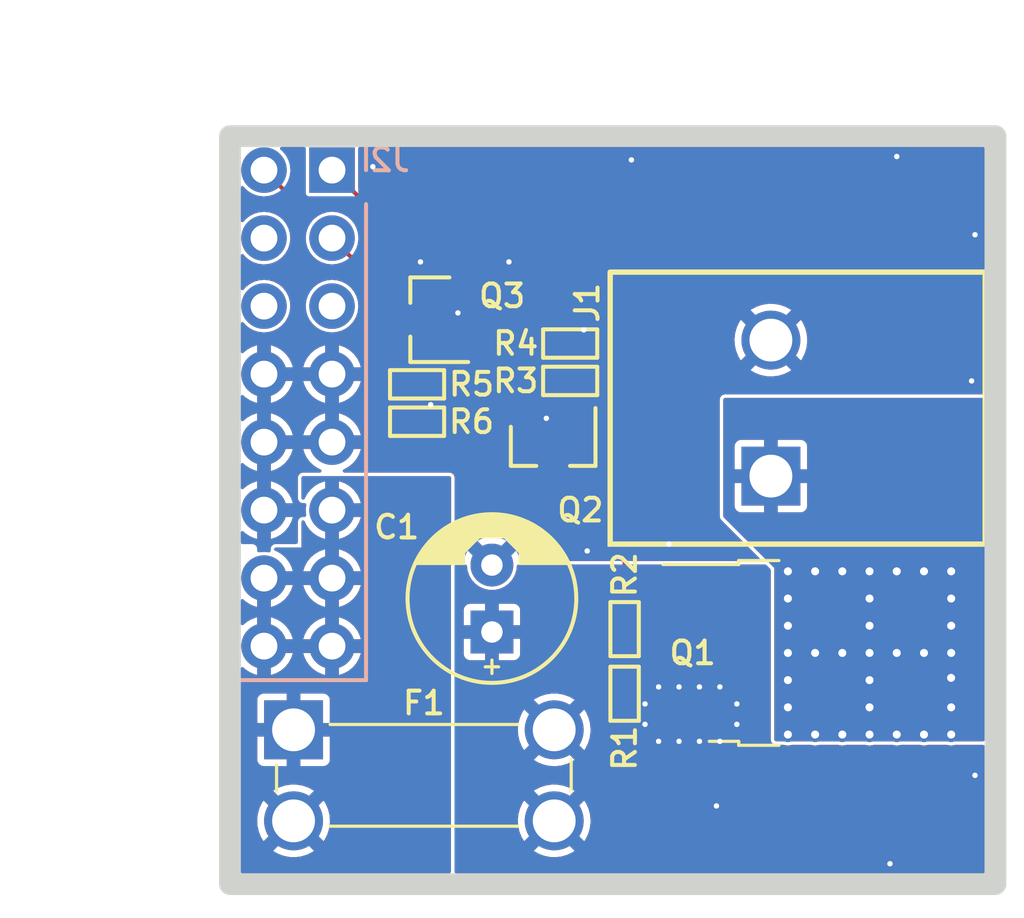
<source format=kicad_pcb>
(kicad_pcb (version 20211014) (generator pcbnew)
  (title_block (title "${title}") (date "${year}-${month}-${day}") (rev "${rev}") (company "${company}") (comment 1 "${author}"))
  (layers (0 "F.Cu" signal) (1 "In1.Cu" power) (2 "In2.Cu" power) (31 "B.Cu" signal) (35 "F.Paste" user) (36 "B.SilkS" user "B.Silkscreen") (37 "F.SilkS" user "F.Silkscreen") (38 "B.Mask" user) (39 "F.Mask" user) (44 "Edge.Cuts" user))
  (property "author" "Marc-Antoine Lalonde")
  (property "company" "Connaxio inc.")
  (property "day" "18")
  (property "month" "01")
  (property "rev" "1.0.0")
  (property "title" "H-Bridge Driver")
  (property "year" "2023")
  (net 0 "")
  (net 1 "+3.3V")
  (net 2 "GND")
  (net 3 "/RST")
  (net 4 "Net-(F1-Pad1)")
  (net 5 "Net-(J1-Pad1)")
  (net 7 "Vdrive")
  (net 8 "/CTRLA")
  (net 9 "/CTRLB")
  (net 10 "/FAULT")
  (net 11 "Net-(Q2-Pad3)")
  (net 12 "Net-(Q1-Pad1)")
  (net 13 "Net-(Q2-Pad1)")
  (net 14 "Net-(Q3-Pad1)")
  (footprint "connaxio-resistors:RES_0402_1005M" (layer "F.Cu") (at 128.651 81.788 90)
    (fp_text reference "R1" (at -2.032 0 90) (layer "F.SilkS") (effects (font (size 0.85 0.85))))
    (fp_text value "RES_12.4KΩ_1%_0402")
    (fp_line (start 1.01 -0.53) (end 1.01 0.53) (layer "F.SilkS") (width 0.15))
    (fp_line (start -1.01 0.53) (end -1.01 -0.53) (layer "F.SilkS") (width 0.15))
    (fp_line (start -1.01 -0.53) (end 1.01 -0.53) (layer "F.SilkS") (width 0.15))
    (fp_line (start 1.01 0.53) (end -1.01 0.53) (layer "F.SilkS") (width 0.1524))
    (pad "1" smd roundrect (at -0.5 0 90) (size 0.5 0.6) (layers "F.Cu" "F.Paste" "F.Mask") (net 7 "Vdrive"))
    (pad "2" smd roundrect (at 0.5 0 90) (size 0.5 0.6) (layers "F.Cu" "F.Paste" "F.Mask") (net 12 "Net-(Q1-Pad1)"))
  )
  (footprint "connaxio-mechanical:FID_1X3" (layer "F.Cu") (at 121.539 62.992)
    (fp_text reference "F2" hide)
    (fp_text value "FID_1X3")
    (pad "" smd circle locked (at 0 0) (size 1 1) (layers "F.Cu" "F.Mask") (clearance 1))
  )
  (footprint "connaxio-resistors:RES_0402_1005M" (layer "F.Cu") (at 126.619 68.707)
    (fp_text reference "R4" (at -2.032 0) (layer "F.SilkS") (effects (font (size 0.85 0.85))))
    (fp_text value "RES_12.4KΩ_1%_0402")
    (fp_line (start -1.01 -0.53) (end 1.01 -0.53) (layer "F.SilkS") (width 0.15))
    (fp_line (start 1.01 -0.53) (end 1.01 0.53) (layer "F.SilkS") (width 0.15))
    (fp_line (start -1.01 0.53) (end -1.01 -0.53) (layer "F.SilkS") (width 0.15))
    (fp_line (start 1.01 0.53) (end -1.01 0.53) (layer "F.SilkS") (width 0.1524))
    (pad "1" smd roundrect (at -0.5 0) (size 0.5 0.6) (layers "F.Cu" "F.Paste" "F.Mask") (net 8 "/CTRLA"))
    (pad "2" smd roundrect (at 0.5 0) (size 0.5 0.6) (layers "F.Cu" "F.Paste" "F.Mask") (net 2 "GND"))
  )
  (footprint "connaxio-mechanical:FID_1X3" (layer "F.Cu") (at 140.462 62.992)
    (fp_text reference "F3" hide)
    (fp_text value "FID_1X3")
    (pad "" smd circle locked (at 0 0) (size 1 1) (layers "F.Cu" "F.Mask") (clearance 1))
  )
  (footprint "connaxio-connectors:CON_TERM_BLK_1X2_TB008A-508-02BE" (layer "F.Cu") (at 134.112 71.12 90)
    (fp_text reference "J1" (at 3.937 -6.858 90 unlocked) (layer "F.SilkS") (effects (font (size 0.85 0.85))))
    (fp_text value "CON_TERM_BLK_1X2_TB008A-508-02BE")
    (fp_rect (start -5.08 -6) (end 5.08 8) (layer "F.SilkS") (width 0.2) (fill none))
    (pad "1" thru_hole rect (at -2.54 0 90) (size 2.2 2.2) (drill 1.6) (layers *.Cu *.Mask) (net 5 "Net-(J1-Pad1)"))
    (pad "2" thru_hole circle (at 2.54 0 90) (size 2.2 2.2) (drill 1.6) (layers *.Cu *.Mask) (net 2 "GND"))
  )
  (footprint "connaxio-sop:TO-252-3" (layer "F.Cu") (at 135.382 80.264 -90)
    (fp_text reference "Q1" (at 0 4.191 180) (layer "F.SilkS") (effects (font (size 0.85 0.85))))
    (fp_text value "TRX_PMOS_AOD4189")
    (fp_line (start -3.45 0.97) (end -3.45 2.47) (layer "F.SilkS") (width 0.12))
    (fp_line (start 3.45 2.47) (end 3.302 2.47) (layer "F.SilkS") (width 0.12))
    (fp_line (start 3.302 2.47) (end 3.302 3.57) (layer "F.SilkS") (width 0.12))
    (fp_line (start 3.45 0.97) (end 3.45 2.47) (layer "F.SilkS") (width 0.12))
    (fp_line (start -3.45 2.47) (end -3.302 2.47) (layer "F.SilkS") (width 0.12))
    (fp_line (start -3.302 2.47) (end -3.302 5.3) (layer "F.SilkS") (width 0.12))
    (pad "1" smd rect (at -2.286 4.25 270) (size 1.5 3) (layers "F.Cu" "F.Paste" "F.Mask") (net 12 "Net-(Q1-Pad1)"))
    (pad "2" smd rect (at 2.286 4.25 270) (size 1.5 3) (layers "F.Cu" "F.Paste" "F.Mask") (net 7 "Vdrive"))
    (pad "3" smd rect (at 0 -2.35 270) (size 6.25 6.8) (layers "F.Cu" "F.Mask") (net 5 "Net-(J1-Pad1)"))
  )
  (footprint "connaxio-resistors:RES_0402_1005M" (layer "F.Cu") (at 120.904 71.628)
    (fp_text reference "R6" (at 2.032 0) (layer "F.SilkS") (effects (font (size 0.85 0.85))))
    (fp_text value "RES_12.4KΩ_1%_0402")
    (fp_line (start 1.01 -0.53) (end 1.01 0.53) (layer "F.SilkS") (width 0.15))
    (fp_line (start -1.01 0.53) (end -1.01 -0.53) (layer "F.SilkS") (width 0.15))
    (fp_line (start -1.01 -0.53) (end 1.01 -0.53) (layer "F.SilkS") (width 0.15))
    (fp_line (start 1.01 0.53) (end -1.01 0.53) (layer "F.SilkS") (width 0.1524))
    (pad "1" smd roundrect (at -0.5 0) (size 0.5 0.6) (layers "F.Cu" "F.Paste" "F.Mask") (net 9 "/CTRLB"))
    (pad "2" smd roundrect (at 0.5 0) (size 0.5 0.6) (layers "F.Cu" "F.Paste" "F.Mask") (net 2 "GND"))
  )
  (footprint "connaxio-sop:SOT-23-3" (layer "F.Cu") (at 125.984 72.517 -90)
    (fp_text reference "Q2" (at 2.413 -1.016 180) (layer "F.SilkS") (effects (font (size 0.85 0.85))))
    (fp_text value "TRX_NPN_MMBT3904-TP")
    (fp_line (start 0.76 1.58) (end -0.7 1.58) (layer "F.SilkS") (width 0.15))
    (fp_line (start 0.76 -1.58) (end -1.4 -1.58) (layer "F.SilkS") (width 0.15))
    (fp_line (start 0.76 1.58) (end 0.76 0.63) (layer "F.SilkS") (width 0.15))
    (fp_line (start 0.76 -1.58) (end 0.76 -0.63) (layer "F.SilkS") (width 0.15))
    (pad "1" smd rect (at -1 -0.95 270) (size 0.9 0.8) (layers "F.Cu" "F.Paste" "F.Mask") (net 13 "Net-(Q2-Pad1)"))
    (pad "2" smd rect (at -1 0.95 270) (size 0.9 0.8) (layers "F.Cu" "F.Paste" "F.Mask") (net 2 "GND"))
    (pad "3" smd rect (at 1 0 270) (size 0.9 0.8) (layers "F.Cu" "F.Paste" "F.Mask") (net 11 "Net-(Q2-Pad3)"))
  )
  (footprint "connaxio-sop:SOT-23-3" (layer "F.Cu") (at 121.412 67.818 180)
    (fp_text reference "Q3" (at -2.667 0.889) (layer "F.SilkS") (effects (font (size 0.85 0.85))))
    (fp_text value "TRX_NPN_MMBT3904-TP")
    (fp_line (start 0.76 -1.58) (end 0.76 -0.63) (layer "F.SilkS") (width 0.15))
    (fp_line (start 0.76 1.58) (end -0.7 1.58) (layer "F.SilkS") (width 0.15))
    (fp_line (start 0.76 -1.58) (end -1.4 -1.58) (layer "F.SilkS") (width 0.15))
    (fp_line (start 0.76 1.58) (end 0.76 0.63) (layer "F.SilkS") (width 0.15))
    (pad "1" smd rect (at -1 -0.95 180) (size 0.9 0.8) (layers "F.Cu" "F.Paste" "F.Mask") (net 14 "Net-(Q3-Pad1)"))
    (pad "2" smd rect (at -1 0.95 180) (size 0.9 0.8) (layers "F.Cu" "F.Paste" "F.Mask") (net 2 "GND"))
    (pad "3" smd rect (at 1 0 180) (size 0.9 0.8) (layers "F.Cu" "F.Paste" "F.Mask") (net 10 "/FAULT"))
  )
  (footprint "connaxio-resistors:RES_0402_1005M" (layer "F.Cu") (at 128.651 79.375 90)
    (fp_text reference "R2" (at 2.032 0 90) (layer "F.SilkS") (effects (font (size 0.85 0.85))))
    (fp_text value "RES_12.4KΩ_1%_0402")
    (fp_line (start 1.01 -0.53) (end 1.01 0.53) (layer "F.SilkS") (width 0.15))
    (fp_line (start 1.01 0.53) (end -1.01 0.53) (layer "F.SilkS") (width 0.1524))
    (fp_line (start -1.01 -0.53) (end 1.01 -0.53) (layer "F.SilkS") (width 0.15))
    (fp_line (start -1.01 0.53) (end -1.01 -0.53) (layer "F.SilkS") (width 0.15))
    (pad "1" smd roundrect (at -0.5 0 90) (size 0.5 0.6) (layers "F.Cu" "F.Paste" "F.Mask") (net 12 "Net-(Q1-Pad1)"))
    (pad "2" smd roundrect (at 0.5 0 90) (size 0.5 0.6) (layers "F.Cu" "F.Paste" "F.Mask") (net 11 "Net-(Q2-Pad3)"))
  )
  (footprint "connaxio-mechanical:FID_1X3" (layer "F.Cu") (at 140.462 86.868)
    (fp_text reference "F4" hide)
    (fp_text value "FID_1X3")
    (pad "" smd circle locked (at 0 0) (size 1 1) (layers "F.Cu" "F.Mask") (clearance 1))
  )
  (footprint "connaxio-resistors:RES_0402_1005M" (layer "F.Cu") (at 120.904 70.231)
    (fp_text reference "R5" (at 2.032 0) (layer "F.SilkS") (effects (font (size 0.85 0.85))))
    (fp_text value "RES_1.54KΩ_1%_0402")
    (fp_line (start -1.01 -0.53) (end 1.01 -0.53) (layer "F.SilkS") (width 0.15))
    (fp_line (start 1.01 -0.53) (end 1.01 0.53) (layer "F.SilkS") (width 0.15))
    (fp_line (start 1.01 0.53) (end -1.01 0.53) (layer "F.SilkS") (width 0.1524))
    (fp_line (start -1.01 0.53) (end -1.01 -0.53) (layer "F.SilkS") (width 0.15))
    (pad "1" smd roundrect (at -0.5 0) (size 0.5 0.6) (layers "F.Cu" "F.Paste" "F.Mask") (net 9 "/CTRLB"))
    (pad "2" smd roundrect (at 0.5 0) (size 0.5 0.6) (layers "F.Cu" "F.Paste" "F.Mask") (net 14 "Net-(Q3-Pad1)"))
  )
  (footprint "connaxio-capacitors:CAP_AE_RAD_D6.3_H12.5_P2.5" (layer "F.Cu") (at 123.698 78.232 90)
    (fp_text reference "C1" (at 2.667 -3.556 180) (layer "F.SilkS") (effects (font (size 0.85 0.85))))
    (fp_text value "CAP_AE_22UF_100V_TH_6.3MM")
    (fp_line (start -2.3 0) (end -2.8 0) (layer "F.SilkS") (width 0.12))
    (fp_line (start -2.55 -0.25) (end -2.55 0.25) (layer "F.SilkS") (width 0.12))
    (fp_circle (center 0 0) (end 3.15 0) (layer "F.SilkS") (width 0.15) (fill none))
    (fp_poly (pts (xy 1.95 -2.5) (xy 2.85 -1.4) (xy 3.15 0) (xy 3.05 0.9) (xy 2.35 2.1) (xy 1.25 2.9) (xy 1.25 1) (xy 1.7 1) (xy 2.25 0.45) (xy 2.25 -0.45) (xy 1.7 -1) (xy 1.25 -1) (xy 1.25 -2.9)) (layer "F.SilkS") (width 0) (fill solid))
    (pad "1" thru_hole rect (at -1.25 0 90) (size 1.6 1.6) (drill 0.8) (layers *.Cu *.Mask) (net 7 "Vdrive"))
    (pad "2" thru_hole circle (at 1.25 0 90) (size 1.6 1.6) (drill 0.8) (layers *.Cu *.Mask) (net 2 "GND"))
  )
  (footprint "connaxio-resistors:RES_0402_1005M" (layer "F.Cu") (at 126.619 70.104)
    (fp_text reference "R3" (at -2.032 0) (layer "F.SilkS") (effects (font (size 0.85 0.85))))
    (fp_text value "RES_1.54KΩ_1%_0402")
    (fp_line (start -1.01 0.53) (end -1.01 -0.53) (layer "F.SilkS") (width 0.15))
    (fp_line (start 1.01 -0.53) (end 1.01 0.53) (layer "F.SilkS") (width 0.15))
    (fp_line (start 1.01 0.53) (end -1.01 0.53) (layer "F.SilkS") (width 0.1524))
    (fp_line (start -1.01 -0.53) (end 1.01 -0.53) (layer "F.SilkS") (width 0.15))
    (pad "1" smd roundrect (at -0.5 0) (size 0.5 0.6) (layers "F.Cu" "F.Paste" "F.Mask") (net 8 "/CTRLA"))
    (pad "2" smd roundrect (at 0.5 0) (size 0.5 0.6) (layers "F.Cu" "F.Paste" "F.Mask") (net 13 "Net-(Q2-Pad1)"))
  )
  (footprint "connaxio-connectors:FUS_BLADE_MINI_3588-1" (layer "F.Cu") (at 121.158 84.836)
    (fp_text reference "F1" (at 0 -2.7 unlocked) (layer "F.SilkS") (effects (font (size 0.85 0.85))))
    (fp_text value "FUS_BLADE_MINI_3588-1")
    (fp_line (start -5.5 -0.4) (end -5.5 0.6) (layer "F.SilkS") (width 0.12))
    (fp_line (start 5.5 -0.6) (end 5.5 0.6) (layer "F.SilkS") (width 0.12))
    (fp_line (start 3.5 1.9) (end -3.5 1.9) (layer "F.SilkS") (width 0.12))
    (fp_line (start -3.5 -1.9) (end 3.5 -1.9) (layer "F.SilkS") (width 0.12))
    (pad "1" thru_hole rect (at -4.865 -1.7) (size 2.2 2.2) (drill 1.6) (layers *.Cu *.Mask) (net 4 "Net-(F1-Pad1)"))
    (pad "2" thru_hole circle (at -4.865 1.7) (size 2.2 2.2) (drill 1.6) (layers *.Cu *.Mask) (net 4 "Net-(F1-Pad1)"))
    (pad "3" thru_hole circle (at 4.865 1.7) (size 2.2 2.2) (drill 1.6) (layers *.Cu *.Mask) (net 7 "Vdrive"))
    (pad "4" thru_hole circle (at 4.865 -1.7) (size 2.2 2.2) (drill 1.6) (layers *.Cu *.Mask) (net 7 "Vdrive"))
  )
  (footprint "connaxio-connectors:CON_HDR_100MILS_M_TH_2X8" (layer "B.Cu") (at 116.459 71.12 180)
    (fp_text reference "J2" (at -3.429 9.271) (layer "B.SilkS") (effects (font (size 0.85 0.85)) (justify mirror)))
    (fp_text value "CON_HDR_100MILS_M_TH_2X8")
    (fp_line (start -2.54 7.62) (end -2.54 -10.16) (layer "B.SilkS") (width 0.15))
    (fp_line (start -2.54 10.16) (end -1.27 10.16) (layer "B.SilkS") (width 0.15))
    (fp_line (start -2.54 -10.16) (end 2.54 -10.16) (layer "B.SilkS") (width 0.15))
    (fp_line (start 2.54 10.16) (end 2.54 -10.16) (layer "B.SilkS") (width 0.15))
    (fp_line (start -2.54 8.89) (end -2.54 10.16) (layer "B.SilkS") (width 0.15))
    (fp_line (start 0 10.16) (end 2.54 10.16) (layer "B.SilkS") (width 0.15))
    (pad "1" thru_hole rect (at -1.27 8.89 180) (size 1.7 1.7) (drill 1) (layers *.Cu *.Mask) (net 8 "/CTRLA"))
    (pad "2" thru_hole oval (at 1.27 8.89 180) (size 1.7 1.7) (drill 1) (layers *.Cu *.Mask) (net 10 "/FAULT"))
    (pad "3" thru_hole oval (at -1.27 6.35 180) (size 1.7 1.7) (drill 1) (layers *.Cu *.Mask) (net 9 "/CTRLB"))
    (pad "4" thru_hole oval (at 1.27 6.35 180) (size 1.7 1.7) (drill 1) (layers *.Cu *.Mask) (net 3 "/RST"))
    (pad "5" thru_hole oval (at -1.27 3.81 180) (size 1.7 1.7) (drill 1) (layers *.Cu *.Mask) (net 1 "+3.3V"))
    (pad "6" thru_hole oval (at 1.27 3.81 180) (size 1.7 1.7) (drill 1) (layers *.Cu *.Mask))
    (pad "7" thru_hole oval (at -1.27 1.27 180) (size 1.7 1.7) (drill 1) (layers *.Cu *.Mask) (net 2 "GND"))
    (pad "8" thru_hole oval (at 1.27 1.27 180) (size 1.7 1.7) (drill 1) (layers *.Cu *.Mask) (net 2 "GND"))
    (pad "9" thru_hole oval (at -1.27 -1.27 180) (size 1.7 1.7) (drill 1) (layers *.Cu *.Mask) (net 2 "GND"))
    (pad "10" thru_hole oval (at 1.27 -1.27 180) (size 1.7 1.7) (drill 1) (layers *.Cu *.Mask) (net 2 "GND"))
    (pad "11" thru_hole oval (at -1.27 -3.81 180) (size 1.7 1.7) (drill 1) (layers *.Cu *.Mask) (net 4 "Net-(F1-Pad1)"))
    (pad "12" thru_hole oval (at 1.27 -3.81 180) (size 1.7 1.7) (drill 1) (layers *.Cu *.Mask) (net 2 "GND"))
    (pad "13" thru_hole oval (at -1.27 -6.35 180) (size 1.7 1.7) (drill 1) (layers *.Cu *.Mask) (net 4 "Net-(F1-Pad1)"))
    (pad "14" thru_hole oval (at 1.27 -6.35 180) (size 1.7 1.7) (drill 1) (layers *.Cu *.Mask) (net 4 "Net-(F1-Pad1)"))
    (pad "15" thru_hole oval (at -1.27 -8.89 180) (size 1.7 1.7) (drill 1) (layers *.Cu *.Mask) (net 4 "Net-(F1-Pad1)"))
    (pad "16" thru_hole oval (at 1.27 -8.89 180) (size 1.7 1.7) (drill 1) (layers *.Cu *.Mask) (net 4 "Net-(F1-Pad1)"))
  )
  (gr_rect (start 113.919 88.9) (end 142.494 60.96) (layer "Edge.Cuts") (width 0.8128) (fill none))
  (segment (start 121.412 71.62) (end 121.404 71.628) (width 0.1524) (layer "F.Cu") (net 2))
  (segment (start 127.127 68.199) (end 127.127 68.699) (width 0.1524) (layer "F.Cu") (net 2))
  (segment (start 127.127 68.699) (end 127.119 68.707) (width 0.1524) (layer "F.Cu") (net 2))
  (segment (start 122.428 67.564) (end 122.428 66.884) (width 0.1524) (layer "F.Cu") (net 2))
  (segment (start 122.428 66.884) (end 122.412 66.868) (width 0.1524) (layer "F.Cu") (net 2))
  (segment (start 121.412 70.993) (end 121.412 71.62) (width 0.1524) (layer "F.Cu") (net 2))
  (segment (start 125.714 71.517) (end 125.73 71.501) (width 0.1524) (layer "F.Cu") (net 2))
  (segment (start 125.034 71.517) (end 125.714 71.517) (width 0.1524) (layer "F.Cu") (net 2))
  (via (at 141.605 70.104) (size 0.46) (drill 0.2) (layers "F.Cu" "B.Cu") (net 2))
  (via (at 138.811 61.722) (size 0.46) (drill 0.2) (layers "F.Cu" "B.Cu") (net 2))
  (via (at 130.302 76.2) (size 0.46) (drill 0.2) (layers "F.Cu" "B.Cu") (net 2))
  (via (at 119.253 62.103) (size 0.46) (drill 0.2) (layers "F.Cu" "B.Cu") (net 2))
  (via (at 124.333 65.659) (size 0.46) (drill 0.2) (layers "F.Cu" "B.Cu") (net 2))
  (via (at 127.254 76.454) (size 0.46) (drill 0.2) (layers "F.Cu" "B.Cu") (net 2))
  (via (at 127.127 68.199) (size 0.46) (drill 0.2) (layers "F.Cu" "B.Cu") (net 2))
  (via (at 121.412 70.993) (size 0.46) (drill 0.2) (layers "F.Cu" "B.Cu") (net 2))
  (via (at 121.031 65.659) (size 0.46) (drill 0.2) (layers "F.Cu" "B.Cu") (net 2))
  (via (at 125.73 71.501) (size 0.46) (drill 0.2) (layers "F.Cu" "B.Cu") (net 2))
  (via (at 128.905 61.849) (size 0.46) (drill 0.2) (layers "F.Cu" "B.Cu") (net 2))
  (via (at 141.732 64.643) (size 0.46) (drill 0.2) (layers "F.Cu" "B.Cu") (net 2))
  (via (at 122.428 67.564) (size 0.46) (drill 0.2) (layers "F.Cu" "B.Cu") (net 2))
  (via (at 137.795 82.296) (size 0.56) (drill 0.3) (layers "F.Cu" "B.Cu") (net 5))
  (via (at 139.827 83.312) (size 0.56) (drill 0.3) (layers "F.Cu" "B.Cu") (net 5))
  (via (at 136.779 80.264) (size 0.56) (drill 0.3) (layers "F.Cu" "B.Cu") (net 5))
  (via (at 137.795 80.264) (size 0.56) (drill 0.3) (layers "F.Cu" "B.Cu") (net 5))
  (via (at 140.843 83.312) (size 0.56) (drill 0.3) (layers "F.Cu" "B.Cu") (net 5))
  (via (at 137.795 77.216) (size 0.56) (drill 0.3) (layers "F.Cu" "B.Cu") (net 5))
  (via (at 134.747 82.296) (size 0.56) (drill 0.3) (layers "F.Cu" "B.Cu") (net 5))
  (via (at 134.747 80.264) (size 0.56) (drill 0.3) (layers "F.Cu" "B.Cu") (net 5))
  (via (at 137.795 79.248) (size 0.56) (drill 0.3) (layers "F.Cu" "B.Cu") (net 5))
  (via (at 134.747 77.216) (size 0.56) (drill 0.3) (layers "F.Cu" "B.Cu") (net 5))
  (via (at 135.763 80.264) (size 0.56) (drill 0.3) (layers "F.Cu" "B.Cu") (net 5))
  (via (at 134.747 81.28) (size 0.56) (drill 0.3) (layers "F.Cu" "B.Cu") (net 5))
  (via (at 138.811 80.264) (size 0.56) (drill 0.3) (layers "F.Cu" "B.Cu") (net 5))
  (via (at 139.827 77.216) (size 0.56) (drill 0.3) (layers "F.Cu" "B.Cu") (net 5))
  (via (at 138.811 77.216) (size 0.56) (drill 0.3) (layers "F.Cu" "B.Cu") (net 5))
  (via (at 140.843 77.216) (size 0.56) (drill 0.3) (layers "F.Cu" "B.Cu") (net 5))
  (via (at 140.839028 81.196116) (size 0.56) (drill 0.3) (layers "F.Cu" "B.Cu") (net 5))
  (via (at 136.779 83.312) (size 0.56) (drill 0.3) (layers "F.Cu" "B.Cu") (net 5))
  (via (at 134.747 79.248) (size 0.56) (drill 0.3) (layers "F.Cu" "B.Cu") (net 5))
  (via (at 137.795 83.312) (size 0.56) (drill 0.3) (layers "F.Cu" "B.Cu") (net 5))
  (via (at 140.843 79.248) (size 0.56) (drill 0.3) (layers "F.Cu" "B.Cu") (net 5))
  (via (at 134.747 83.312) (size 0.56) (drill 0.3) (layers "F.Cu" "B.Cu") (net 5))
  (via (at 137.795 81.28) (size 0.56) (drill 0.3) (layers "F.Cu" "B.Cu") (net 5))
  (via (at 138.811 83.312) (size 0.56) (drill 0.3) (layers "F.Cu" "B.Cu") (net 5))
  (via (at 136.779 77.216) (size 0.56) (drill 0.3) (layers "F.Cu" "B.Cu") (net 5))
  (via (at 137.795 78.232) (size 0.56) (drill 0.3) (layers "F.Cu" "B.Cu") (net 5))
  (via (at 140.843 82.296) (size 0.56) (drill 0.3) (layers "F.Cu" "B.Cu") (net 5))
  (via (at 135.763 77.216) (size 0.56) (drill 0.3) (layers "F.Cu" "B.Cu") (net 5))
  (via (at 134.747 78.232) (size 0.56) (drill 0.3) (layers "F.Cu" "B.Cu") (net 5))
  (via (at 140.843 78.232) (size 0.56) (drill 0.3) (layers "F.Cu" "B.Cu") (net 5))
  (via (at 140.843 80.264) (size 0.56) (drill 0.3) (layers "F.Cu" "B.Cu") (net 5))
  (via (at 139.827 80.264) (size 0.56) (drill 0.3) (layers "F.Cu" "B.Cu") (net 5))
  (via (at 135.763 83.312) (size 0.56) (drill 0.3) (layers "F.Cu" "B.Cu") (net 5))
  (segment (start 128.913 82.55) (end 131.132 82.55) (width 0.1524) (layer "F.Cu") (net 7))
  (segment (start 128.651 82.288) (end 128.913 82.55) (width 0.1524) (layer "F.Cu") (net 7))
  (via (at 132.842 82.169) (size 0.46) (drill 0.2) (layers "F.Cu" "B.Cu") (net 7))
  (via (at 132.842 82.931) (size 0.46) (drill 0.2) (layers "F.Cu" "B.Cu") (net 7))
  (via (at 129.921 83.566) (size 0.46) (drill 0.2) (layers "F.Cu" "B.Cu") (net 7))
  (via (at 129.413 82.931) (size 0.46) (drill 0.2) (layers "F.Cu" "B.Cu") (net 7))
  (via (at 132.207 81.534) (size 0.46) (drill 0.2) (layers "F.Cu" "B.Cu") (net 7))
  (via (at 129.413 82.169) (size 0.46) (drill 0.2) (layers "F.Cu" "B.Cu") (net 7))
  (via (at 130.683 81.534) (size 0.46) (drill 0.2) (layers "F.Cu" "B.Cu") (net 7))
  (via (at 129.921 81.534) (size 0.46) (drill 0.2) (layers "F.Cu" "B.Cu") (net 7))
  (via (at 131.445 83.566) (size 0.46) (drill 0.2) (layers "F.Cu" "B.Cu") (net 7))
  (via (at 130.683 83.566) (size 0.46) (drill 0.2) (layers "F.Cu" "B.Cu") (net 7))
  (via (at 138.557 88.138) (size 0.46) (drill 0.2) (layers "F.Cu" "B.Cu") (net 7))
  (via (at 131.445 81.534) (size 0.46) (drill 0.2) (layers "F.Cu" "B.Cu") (net 7))
  (via (at 132.08 85.979) (size 0.46) (drill 0.2) (layers "F.Cu" "B.Cu") (net 7))
  (via (at 132.207 83.566) (size 0.46) (drill 0.2) (layers "F.Cu" "B.Cu") (net 7))
  (via (at 141.732 84.836) (size 0.46) (drill 0.2) (layers "F.Cu" "B.Cu") (net 7))
  (segment (start 120.523 65.024) (end 123.063 65.024) (width 0.1524) (layer "F.Cu") (net 8))
  (segment (start 126.119 70.104) (end 126.119 68.707) (width 0.1524) (layer "F.Cu") (net 8))
  (segment (start 126.119 68.08) (end 126.119 68.707) (width 0.1524) (layer "F.Cu") (net 8))
  (segment (start 123.063 65.024) (end 126.119 68.08) (width 0.1524) (layer "F.Cu") (net 8))
  (segment (start 117.729 62.23) (end 120.523 65.024) (width 0.1524) (layer "F.Cu") (net 8))
  (segment (start 119.507 69.334) (end 120.404 70.231) (width 0.1524) (layer "F.Cu") (net 9))
  (segment (start 117.729 64.77) (end 119.507 66.548) (width 0.1524) (layer "F.Cu") (net 9))
  (segment (start 119.507 66.548) (end 119.507 69.334) (width 0.1524) (layer "F.Cu") (net 9))
  (segment (start 120.404 70.231) (end 120.404 71.628) (width 0.1524) (layer "F.Cu") (net 9))
  (segment (start 116.459 63.5) (end 115.189 62.23) (width 0.1524) (layer "F.Cu") (net 10))
  (segment (start 118.364 63.5) (end 116.459 63.5) (width 0.1524) (layer "F.Cu") (net 10))
  (segment (start 120.412 65.548) (end 118.364 63.5) (width 0.1524) (layer "F.Cu") (net 10))
  (segment (start 120.412 67.818) (end 120.412 65.548) (width 0.1524) (layer "F.Cu") (net 10))
  (segment (start 125.984 73.517) (end 125.984 74.168) (width 0.1524) (layer "F.Cu") (net 11))
  (segment (start 128.651 76.835) (end 128.651 78.875) (width 0.1524) (layer "F.Cu") (net 11))
  (segment (start 125.984 74.168) (end 128.651 76.835) (width 0.1524) (layer "F.Cu") (net 11))
  (segment (start 128.651 79.875) (end 128.651 81.288) (width 0.1524) (layer "F.Cu") (net 12))
  (segment (start 130.429 77.978) (end 131.132 77.978) (width 0.1524) (layer "F.Cu") (net 12))
  (segment (start 128.651 79.756) (end 130.429 77.978) (width 0.1524) (layer "F.Cu") (net 12))
  (segment (start 128.651 79.875) (end 128.651 79.756) (width 0.1524) (layer "F.Cu") (net 12))
  (segment (start 127.119 71.332) (end 126.934 71.517) (width 0.1524) (layer "F.Cu") (net 13))
  (segment (start 127.119 70.104) (end 127.119 71.332) (width 0.1524) (layer "F.Cu") (net 13))
  (segment (start 121.404 69.776) (end 122.412 68.768) (width 0.1524) (layer "F.Cu") (net 14))
  (segment (start 121.404 70.231) (end 121.404 69.776) (width 0.1524) (layer "F.Cu") (net 14))
  (zone (net 7) (net_name "Vdrive") (layers "F.Cu" "In1.Cu" "In2.Cu" "B.Cu") (priority 2) (connect_pads (clearance 0.127)) (min_thickness 0.127) (fill yes (thermal_gap 0.254) (thermal_bridge_width 0.508))
    (polygon (pts (xy 142.113 88.519) (xy 122.301 88.519) (xy 122.301 76.962) (xy 142.113 76.962)))
  )
  (zone (net 2) (net_name "GND") (layers "F.Cu" "In1.Cu" "In2.Cu" "B.Cu") (connect_pads (clearance 0.127)) (min_thickness 0.127) (fill yes (thermal_gap 0.254) (thermal_bridge_width 0.508))
    (polygon (pts (xy 142.113 88.519) (xy 114.3 88.519) (xy 114.3 61.341) (xy 142.113 61.341)))
  )
  (zone (net 5) (net_name "Net-(J1-Pad1)") (layers "F.Cu" "In1.Cu" "In2.Cu" "B.Cu") (priority 3) (connect_pads (clearance 0.127)) (min_thickness 0.127) (fill yes (thermal_gap 0.254) (thermal_bridge_width 0.508))
    (polygon (pts (xy 142.113 83.566) (xy 134.239 83.566) (xy 134.239 77.089) (xy 132.334 75.184) (xy 132.334 70.739) (xy 142.113 70.739)))
  )
  (zone (net 4) (net_name "Net-(F1-Pad1)") (layers "F.Cu" "In1.Cu" "In2.Cu" "B.Cu") (priority 1) (connect_pads (clearance 0.127)) (min_thickness 0.127) (fill yes (thermal_gap 0.254) (thermal_bridge_width 0.508))
    (polygon (pts (xy 122.174 88.519) (xy 114.3 88.519) (xy 114.3 76.327) (xy 116.586 76.327) (xy 116.586 73.66) (xy 122.174 73.66)))
  )
)
</source>
